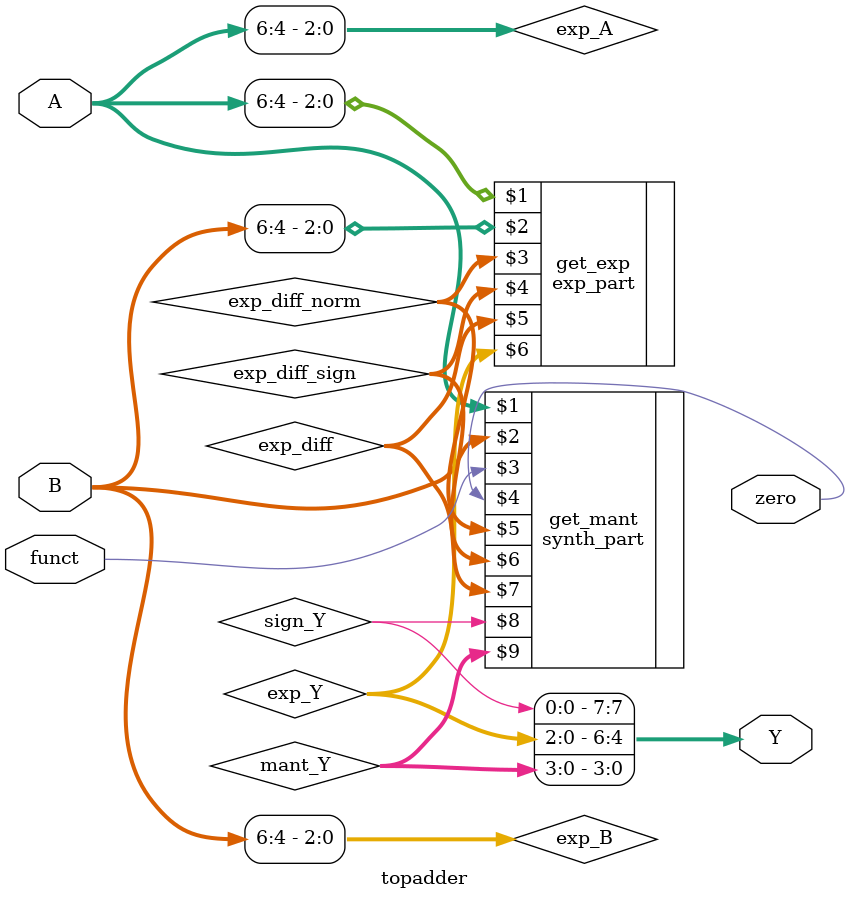
<source format=v>
`timescale 1ns / 1ps

module topadder(
    input [7:0] A,		// Input number A //
    input [7:0] B,		// Input Number B //
    input funct,			// Value = 0 means 'ADD' , Value = 1 means 'SUB' // 
    output zero,			// Zero Flag , value = 1, if answer is zero... else value = 0 // 
    output [7:0] Y		// Output .. our needed answer //
    );
	
/************************* Internal Variables *************************/

wire [2:0] exp_A;
wire [2:0] exp_B;			// Variables to store exponent parts //
wire [2:0] exp_Y;

wire sign_Y; 				// Variable that tells us the sign bit of Y //

wire [3:0] mant_Y;		// Variable that stores the mantissa of output //


wire [2:0] exp_diff_norm; 
/* 
The above two are used in normalization module...
Used to shift mantissa, till exponents become equal 
*/

wire [1:0] exp_diff_sign; 
/*
Stores  the sign of ( exp_a - exp_b ) 
tells the normalization module,
 whether to increase the exponent or decrease it.
Accordingly shift mantissa part to right or left
*/

wire [3:0] exp_diff; // Stores the result of exp_A - exp_B//

/****************************End of Internal Variables ***********************/



/******************************** Code begins here ****************************/


/*For an 8-bit data,
 The MSB gives the sign 
 Next 3 bits tell the exponent
 The last 4-bits show the mantissa */
 
assign exp_A = A[6:4]; 
assign exp_B = B[6:4];

assign Y = {sign_Y, exp_Y, mant_Y}; //Initial value of output Y //


//module call to the synthesized mantissa datapath //
synth_part get_mant(A, B, funct, zero, exp_diff_norm, exp_diff_sign, exp_diff, sign_Y,
mant_Y);

//module call to the exponent datapath //
exp_part get_exp(exp_A, exp_B, exp_diff_norm, exp_diff_sign, exp_diff, exp_Y);


endmodule


</source>
